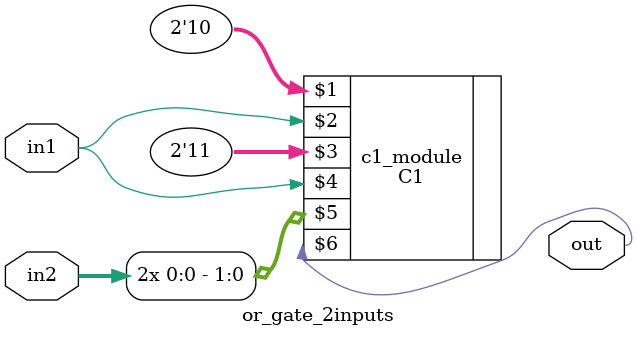
<source format=v>
module or_gate_2inputs(out,in1,in2);
output out;
input in1,in2;
C1 c1_module(2'b10,in1,2'b11,in1,{in2,in2},out);
endmodule
//7
</source>
